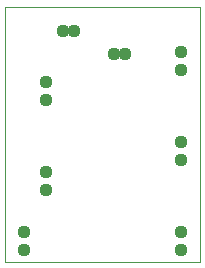
<source format=gbs>
G75*
%MOIN*%
%OFA0B0*%
%FSLAX24Y24*%
%IPPOS*%
%LPD*%
%AMOC8*
5,1,8,0,0,1.08239X$1,22.5*
%
%ADD10C,0.0000*%
%ADD11C,0.0437*%
D10*
X002392Y002517D02*
X002392Y011017D01*
X008892Y011017D01*
X008892Y002517D01*
X002392Y002517D01*
D11*
X003017Y002892D03*
X003017Y003517D03*
X003767Y004892D03*
X003767Y005517D03*
X003767Y007892D03*
X003767Y008517D03*
X004329Y010204D03*
X004704Y010204D03*
X006017Y009454D03*
X006392Y009454D03*
X008267Y009517D03*
X008267Y008892D03*
X008267Y006517D03*
X008267Y005892D03*
X008267Y003517D03*
X008267Y002892D03*
M02*

</source>
